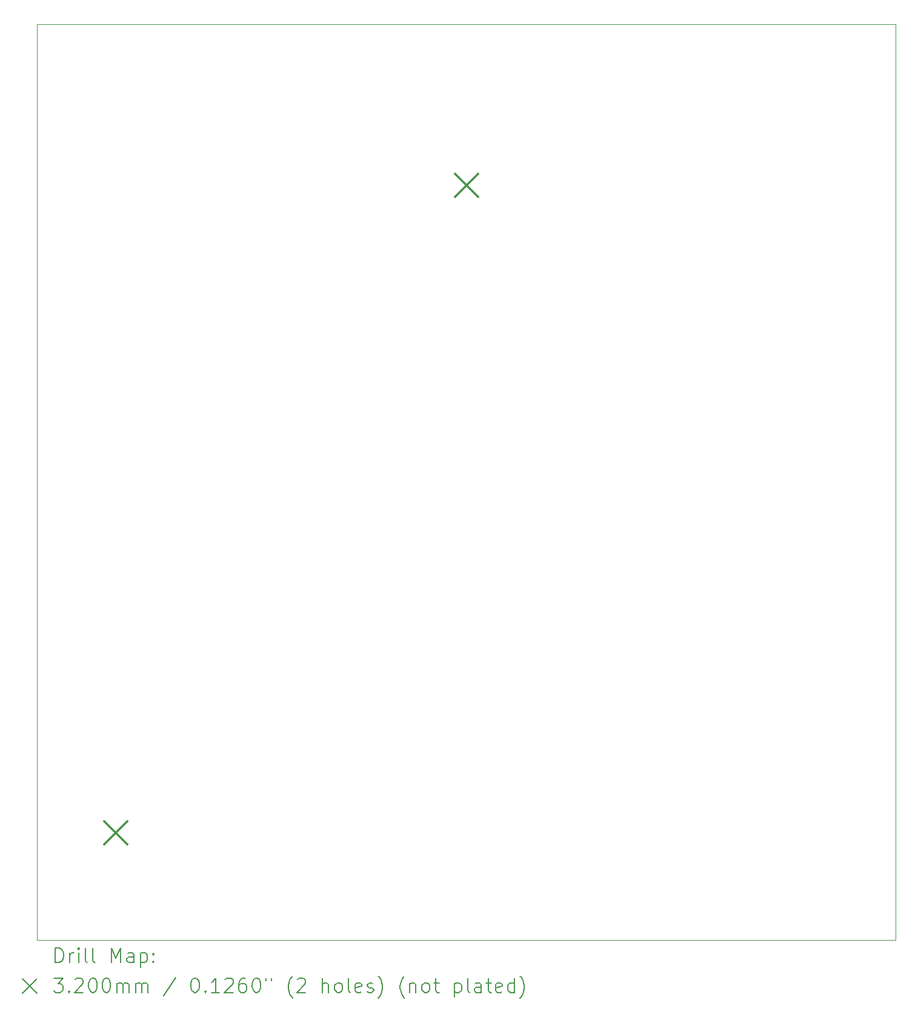
<source format=gbr>
%FSLAX45Y45*%
G04 Gerber Fmt 4.5, Leading zero omitted, Abs format (unit mm)*
G04 Created by KiCad (PCBNEW (6.0.1)) date 2022-09-12 08:21:26*
%MOMM*%
%LPD*%
G01*
G04 APERTURE LIST*
%TA.AperFunction,Profile*%
%ADD10C,0.050000*%
%TD*%
%ADD11C,0.200000*%
%ADD12C,0.320000*%
G04 APERTURE END LIST*
D10*
X5975000Y-2750000D02*
X5975000Y-15550000D01*
X5975000Y-2750000D02*
X17975000Y-2750000D01*
X17975000Y-2750000D02*
X17975000Y-15550000D01*
X17975000Y-15550000D02*
X5975000Y-15550000D01*
D11*
D12*
X6915000Y-13890000D02*
X7235000Y-14210000D01*
X7235000Y-13890000D02*
X6915000Y-14210000D01*
X11815000Y-4840000D02*
X12135000Y-5160000D01*
X12135000Y-4840000D02*
X11815000Y-5160000D01*
D11*
X6230119Y-15862976D02*
X6230119Y-15662976D01*
X6277738Y-15662976D01*
X6306309Y-15672500D01*
X6325357Y-15691548D01*
X6334881Y-15710595D01*
X6344405Y-15748690D01*
X6344405Y-15777262D01*
X6334881Y-15815357D01*
X6325357Y-15834405D01*
X6306309Y-15853452D01*
X6277738Y-15862976D01*
X6230119Y-15862976D01*
X6430119Y-15862976D02*
X6430119Y-15729643D01*
X6430119Y-15767738D02*
X6439643Y-15748690D01*
X6449167Y-15739167D01*
X6468214Y-15729643D01*
X6487262Y-15729643D01*
X6553928Y-15862976D02*
X6553928Y-15729643D01*
X6553928Y-15662976D02*
X6544405Y-15672500D01*
X6553928Y-15682024D01*
X6563452Y-15672500D01*
X6553928Y-15662976D01*
X6553928Y-15682024D01*
X6677738Y-15862976D02*
X6658690Y-15853452D01*
X6649167Y-15834405D01*
X6649167Y-15662976D01*
X6782500Y-15862976D02*
X6763452Y-15853452D01*
X6753928Y-15834405D01*
X6753928Y-15662976D01*
X7011071Y-15862976D02*
X7011071Y-15662976D01*
X7077738Y-15805833D01*
X7144405Y-15662976D01*
X7144405Y-15862976D01*
X7325357Y-15862976D02*
X7325357Y-15758214D01*
X7315833Y-15739167D01*
X7296786Y-15729643D01*
X7258690Y-15729643D01*
X7239643Y-15739167D01*
X7325357Y-15853452D02*
X7306309Y-15862976D01*
X7258690Y-15862976D01*
X7239643Y-15853452D01*
X7230119Y-15834405D01*
X7230119Y-15815357D01*
X7239643Y-15796309D01*
X7258690Y-15786786D01*
X7306309Y-15786786D01*
X7325357Y-15777262D01*
X7420595Y-15729643D02*
X7420595Y-15929643D01*
X7420595Y-15739167D02*
X7439643Y-15729643D01*
X7477738Y-15729643D01*
X7496786Y-15739167D01*
X7506309Y-15748690D01*
X7515833Y-15767738D01*
X7515833Y-15824881D01*
X7506309Y-15843928D01*
X7496786Y-15853452D01*
X7477738Y-15862976D01*
X7439643Y-15862976D01*
X7420595Y-15853452D01*
X7601548Y-15843928D02*
X7611071Y-15853452D01*
X7601548Y-15862976D01*
X7592024Y-15853452D01*
X7601548Y-15843928D01*
X7601548Y-15862976D01*
X7601548Y-15739167D02*
X7611071Y-15748690D01*
X7601548Y-15758214D01*
X7592024Y-15748690D01*
X7601548Y-15739167D01*
X7601548Y-15758214D01*
X5772500Y-16092500D02*
X5972500Y-16292500D01*
X5972500Y-16092500D02*
X5772500Y-16292500D01*
X6211071Y-16082976D02*
X6334881Y-16082976D01*
X6268214Y-16159167D01*
X6296786Y-16159167D01*
X6315833Y-16168690D01*
X6325357Y-16178214D01*
X6334881Y-16197262D01*
X6334881Y-16244881D01*
X6325357Y-16263928D01*
X6315833Y-16273452D01*
X6296786Y-16282976D01*
X6239643Y-16282976D01*
X6220595Y-16273452D01*
X6211071Y-16263928D01*
X6420595Y-16263928D02*
X6430119Y-16273452D01*
X6420595Y-16282976D01*
X6411071Y-16273452D01*
X6420595Y-16263928D01*
X6420595Y-16282976D01*
X6506309Y-16102024D02*
X6515833Y-16092500D01*
X6534881Y-16082976D01*
X6582500Y-16082976D01*
X6601548Y-16092500D01*
X6611071Y-16102024D01*
X6620595Y-16121071D01*
X6620595Y-16140119D01*
X6611071Y-16168690D01*
X6496786Y-16282976D01*
X6620595Y-16282976D01*
X6744405Y-16082976D02*
X6763452Y-16082976D01*
X6782500Y-16092500D01*
X6792024Y-16102024D01*
X6801548Y-16121071D01*
X6811071Y-16159167D01*
X6811071Y-16206786D01*
X6801548Y-16244881D01*
X6792024Y-16263928D01*
X6782500Y-16273452D01*
X6763452Y-16282976D01*
X6744405Y-16282976D01*
X6725357Y-16273452D01*
X6715833Y-16263928D01*
X6706309Y-16244881D01*
X6696786Y-16206786D01*
X6696786Y-16159167D01*
X6706309Y-16121071D01*
X6715833Y-16102024D01*
X6725357Y-16092500D01*
X6744405Y-16082976D01*
X6934881Y-16082976D02*
X6953928Y-16082976D01*
X6972976Y-16092500D01*
X6982500Y-16102024D01*
X6992024Y-16121071D01*
X7001548Y-16159167D01*
X7001548Y-16206786D01*
X6992024Y-16244881D01*
X6982500Y-16263928D01*
X6972976Y-16273452D01*
X6953928Y-16282976D01*
X6934881Y-16282976D01*
X6915833Y-16273452D01*
X6906309Y-16263928D01*
X6896786Y-16244881D01*
X6887262Y-16206786D01*
X6887262Y-16159167D01*
X6896786Y-16121071D01*
X6906309Y-16102024D01*
X6915833Y-16092500D01*
X6934881Y-16082976D01*
X7087262Y-16282976D02*
X7087262Y-16149643D01*
X7087262Y-16168690D02*
X7096786Y-16159167D01*
X7115833Y-16149643D01*
X7144405Y-16149643D01*
X7163452Y-16159167D01*
X7172976Y-16178214D01*
X7172976Y-16282976D01*
X7172976Y-16178214D02*
X7182500Y-16159167D01*
X7201548Y-16149643D01*
X7230119Y-16149643D01*
X7249167Y-16159167D01*
X7258690Y-16178214D01*
X7258690Y-16282976D01*
X7353928Y-16282976D02*
X7353928Y-16149643D01*
X7353928Y-16168690D02*
X7363452Y-16159167D01*
X7382500Y-16149643D01*
X7411071Y-16149643D01*
X7430119Y-16159167D01*
X7439643Y-16178214D01*
X7439643Y-16282976D01*
X7439643Y-16178214D02*
X7449167Y-16159167D01*
X7468214Y-16149643D01*
X7496786Y-16149643D01*
X7515833Y-16159167D01*
X7525357Y-16178214D01*
X7525357Y-16282976D01*
X7915833Y-16073452D02*
X7744405Y-16330595D01*
X8172976Y-16082976D02*
X8192024Y-16082976D01*
X8211071Y-16092500D01*
X8220595Y-16102024D01*
X8230119Y-16121071D01*
X8239643Y-16159167D01*
X8239643Y-16206786D01*
X8230119Y-16244881D01*
X8220595Y-16263928D01*
X8211071Y-16273452D01*
X8192024Y-16282976D01*
X8172976Y-16282976D01*
X8153928Y-16273452D01*
X8144405Y-16263928D01*
X8134881Y-16244881D01*
X8125357Y-16206786D01*
X8125357Y-16159167D01*
X8134881Y-16121071D01*
X8144405Y-16102024D01*
X8153928Y-16092500D01*
X8172976Y-16082976D01*
X8325357Y-16263928D02*
X8334881Y-16273452D01*
X8325357Y-16282976D01*
X8315833Y-16273452D01*
X8325357Y-16263928D01*
X8325357Y-16282976D01*
X8525357Y-16282976D02*
X8411071Y-16282976D01*
X8468214Y-16282976D02*
X8468214Y-16082976D01*
X8449167Y-16111548D01*
X8430119Y-16130595D01*
X8411071Y-16140119D01*
X8601548Y-16102024D02*
X8611071Y-16092500D01*
X8630119Y-16082976D01*
X8677738Y-16082976D01*
X8696786Y-16092500D01*
X8706310Y-16102024D01*
X8715833Y-16121071D01*
X8715833Y-16140119D01*
X8706310Y-16168690D01*
X8592024Y-16282976D01*
X8715833Y-16282976D01*
X8887262Y-16082976D02*
X8849167Y-16082976D01*
X8830119Y-16092500D01*
X8820595Y-16102024D01*
X8801548Y-16130595D01*
X8792024Y-16168690D01*
X8792024Y-16244881D01*
X8801548Y-16263928D01*
X8811071Y-16273452D01*
X8830119Y-16282976D01*
X8868214Y-16282976D01*
X8887262Y-16273452D01*
X8896786Y-16263928D01*
X8906310Y-16244881D01*
X8906310Y-16197262D01*
X8896786Y-16178214D01*
X8887262Y-16168690D01*
X8868214Y-16159167D01*
X8830119Y-16159167D01*
X8811071Y-16168690D01*
X8801548Y-16178214D01*
X8792024Y-16197262D01*
X9030119Y-16082976D02*
X9049167Y-16082976D01*
X9068214Y-16092500D01*
X9077738Y-16102024D01*
X9087262Y-16121071D01*
X9096786Y-16159167D01*
X9096786Y-16206786D01*
X9087262Y-16244881D01*
X9077738Y-16263928D01*
X9068214Y-16273452D01*
X9049167Y-16282976D01*
X9030119Y-16282976D01*
X9011071Y-16273452D01*
X9001548Y-16263928D01*
X8992024Y-16244881D01*
X8982500Y-16206786D01*
X8982500Y-16159167D01*
X8992024Y-16121071D01*
X9001548Y-16102024D01*
X9011071Y-16092500D01*
X9030119Y-16082976D01*
X9172976Y-16082976D02*
X9172976Y-16121071D01*
X9249167Y-16082976D02*
X9249167Y-16121071D01*
X9544405Y-16359167D02*
X9534881Y-16349643D01*
X9515833Y-16321071D01*
X9506310Y-16302024D01*
X9496786Y-16273452D01*
X9487262Y-16225833D01*
X9487262Y-16187738D01*
X9496786Y-16140119D01*
X9506310Y-16111548D01*
X9515833Y-16092500D01*
X9534881Y-16063928D01*
X9544405Y-16054405D01*
X9611071Y-16102024D02*
X9620595Y-16092500D01*
X9639643Y-16082976D01*
X9687262Y-16082976D01*
X9706310Y-16092500D01*
X9715833Y-16102024D01*
X9725357Y-16121071D01*
X9725357Y-16140119D01*
X9715833Y-16168690D01*
X9601548Y-16282976D01*
X9725357Y-16282976D01*
X9963452Y-16282976D02*
X9963452Y-16082976D01*
X10049167Y-16282976D02*
X10049167Y-16178214D01*
X10039643Y-16159167D01*
X10020595Y-16149643D01*
X9992024Y-16149643D01*
X9972976Y-16159167D01*
X9963452Y-16168690D01*
X10172976Y-16282976D02*
X10153929Y-16273452D01*
X10144405Y-16263928D01*
X10134881Y-16244881D01*
X10134881Y-16187738D01*
X10144405Y-16168690D01*
X10153929Y-16159167D01*
X10172976Y-16149643D01*
X10201548Y-16149643D01*
X10220595Y-16159167D01*
X10230119Y-16168690D01*
X10239643Y-16187738D01*
X10239643Y-16244881D01*
X10230119Y-16263928D01*
X10220595Y-16273452D01*
X10201548Y-16282976D01*
X10172976Y-16282976D01*
X10353929Y-16282976D02*
X10334881Y-16273452D01*
X10325357Y-16254405D01*
X10325357Y-16082976D01*
X10506310Y-16273452D02*
X10487262Y-16282976D01*
X10449167Y-16282976D01*
X10430119Y-16273452D01*
X10420595Y-16254405D01*
X10420595Y-16178214D01*
X10430119Y-16159167D01*
X10449167Y-16149643D01*
X10487262Y-16149643D01*
X10506310Y-16159167D01*
X10515833Y-16178214D01*
X10515833Y-16197262D01*
X10420595Y-16216309D01*
X10592024Y-16273452D02*
X10611071Y-16282976D01*
X10649167Y-16282976D01*
X10668214Y-16273452D01*
X10677738Y-16254405D01*
X10677738Y-16244881D01*
X10668214Y-16225833D01*
X10649167Y-16216309D01*
X10620595Y-16216309D01*
X10601548Y-16206786D01*
X10592024Y-16187738D01*
X10592024Y-16178214D01*
X10601548Y-16159167D01*
X10620595Y-16149643D01*
X10649167Y-16149643D01*
X10668214Y-16159167D01*
X10744405Y-16359167D02*
X10753929Y-16349643D01*
X10772976Y-16321071D01*
X10782500Y-16302024D01*
X10792024Y-16273452D01*
X10801548Y-16225833D01*
X10801548Y-16187738D01*
X10792024Y-16140119D01*
X10782500Y-16111548D01*
X10772976Y-16092500D01*
X10753929Y-16063928D01*
X10744405Y-16054405D01*
X11106310Y-16359167D02*
X11096786Y-16349643D01*
X11077738Y-16321071D01*
X11068214Y-16302024D01*
X11058690Y-16273452D01*
X11049167Y-16225833D01*
X11049167Y-16187738D01*
X11058690Y-16140119D01*
X11068214Y-16111548D01*
X11077738Y-16092500D01*
X11096786Y-16063928D01*
X11106310Y-16054405D01*
X11182500Y-16149643D02*
X11182500Y-16282976D01*
X11182500Y-16168690D02*
X11192024Y-16159167D01*
X11211071Y-16149643D01*
X11239643Y-16149643D01*
X11258690Y-16159167D01*
X11268214Y-16178214D01*
X11268214Y-16282976D01*
X11392024Y-16282976D02*
X11372976Y-16273452D01*
X11363452Y-16263928D01*
X11353928Y-16244881D01*
X11353928Y-16187738D01*
X11363452Y-16168690D01*
X11372976Y-16159167D01*
X11392024Y-16149643D01*
X11420595Y-16149643D01*
X11439643Y-16159167D01*
X11449167Y-16168690D01*
X11458690Y-16187738D01*
X11458690Y-16244881D01*
X11449167Y-16263928D01*
X11439643Y-16273452D01*
X11420595Y-16282976D01*
X11392024Y-16282976D01*
X11515833Y-16149643D02*
X11592024Y-16149643D01*
X11544405Y-16082976D02*
X11544405Y-16254405D01*
X11553928Y-16273452D01*
X11572976Y-16282976D01*
X11592024Y-16282976D01*
X11811071Y-16149643D02*
X11811071Y-16349643D01*
X11811071Y-16159167D02*
X11830119Y-16149643D01*
X11868214Y-16149643D01*
X11887262Y-16159167D01*
X11896786Y-16168690D01*
X11906309Y-16187738D01*
X11906309Y-16244881D01*
X11896786Y-16263928D01*
X11887262Y-16273452D01*
X11868214Y-16282976D01*
X11830119Y-16282976D01*
X11811071Y-16273452D01*
X12020595Y-16282976D02*
X12001548Y-16273452D01*
X11992024Y-16254405D01*
X11992024Y-16082976D01*
X12182500Y-16282976D02*
X12182500Y-16178214D01*
X12172976Y-16159167D01*
X12153928Y-16149643D01*
X12115833Y-16149643D01*
X12096786Y-16159167D01*
X12182500Y-16273452D02*
X12163452Y-16282976D01*
X12115833Y-16282976D01*
X12096786Y-16273452D01*
X12087262Y-16254405D01*
X12087262Y-16235357D01*
X12096786Y-16216309D01*
X12115833Y-16206786D01*
X12163452Y-16206786D01*
X12182500Y-16197262D01*
X12249167Y-16149643D02*
X12325357Y-16149643D01*
X12277738Y-16082976D02*
X12277738Y-16254405D01*
X12287262Y-16273452D01*
X12306309Y-16282976D01*
X12325357Y-16282976D01*
X12468214Y-16273452D02*
X12449167Y-16282976D01*
X12411071Y-16282976D01*
X12392024Y-16273452D01*
X12382500Y-16254405D01*
X12382500Y-16178214D01*
X12392024Y-16159167D01*
X12411071Y-16149643D01*
X12449167Y-16149643D01*
X12468214Y-16159167D01*
X12477738Y-16178214D01*
X12477738Y-16197262D01*
X12382500Y-16216309D01*
X12649167Y-16282976D02*
X12649167Y-16082976D01*
X12649167Y-16273452D02*
X12630119Y-16282976D01*
X12592024Y-16282976D01*
X12572976Y-16273452D01*
X12563452Y-16263928D01*
X12553928Y-16244881D01*
X12553928Y-16187738D01*
X12563452Y-16168690D01*
X12572976Y-16159167D01*
X12592024Y-16149643D01*
X12630119Y-16149643D01*
X12649167Y-16159167D01*
X12725357Y-16359167D02*
X12734881Y-16349643D01*
X12753928Y-16321071D01*
X12763452Y-16302024D01*
X12772976Y-16273452D01*
X12782500Y-16225833D01*
X12782500Y-16187738D01*
X12772976Y-16140119D01*
X12763452Y-16111548D01*
X12753928Y-16092500D01*
X12734881Y-16063928D01*
X12725357Y-16054405D01*
M02*

</source>
